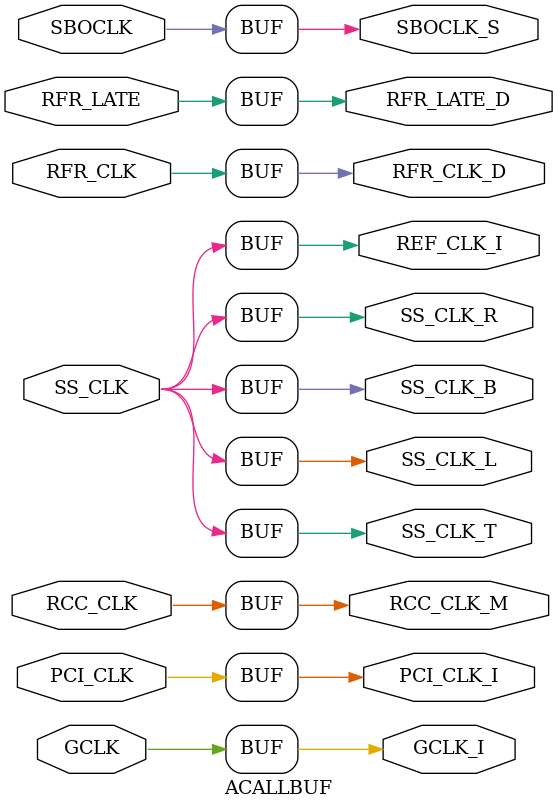
<source format=v>
module ACALLBUF(SS_CLK, RFR_CLK, RFR_LATE, RCC_CLK,
        SBOCLK, PCI_CLK, GCLK, SS_CLK_T, SS_CLK_L, SS_CLK_B, 
        SS_CLK_R, RFR_CLK_D, RFR_LATE_D, GCLK_I, REF_CLK_I, 
	SBOCLK_S, PCI_CLK_I, RCC_CLK_M);
input   SS_CLK;
input   RFR_CLK;
input   RFR_LATE;
input   RCC_CLK;
input   SBOCLK;
input	PCI_CLK;
input   GCLK;
output  SS_CLK_T;
output  SS_CLK_L;
output  SS_CLK_B;
output  SS_CLK_R;
output  RFR_CLK_D;
output  RFR_LATE_D;
output  GCLK_I;
output  REF_CLK_I;
output  SBOCLK_S;
output	PCI_CLK_I;
output  RCC_CLK_M;
buf g0(SS_CLK_T, SS_CLK);
buf g1(SS_CLK_L, SS_CLK);
buf g2(SS_CLK_B, SS_CLK);
buf g3(SS_CLK_R, SS_CLK);
buf g4(RFR_CLK_D, RFR_CLK);
buf g5(RFR_LATE_D, RFR_LATE);
buf g6(GCLK_I, GCLK);
buf g7(REF_CLK_I, SS_CLK);
buf g8(SBOCLK_S, SBOCLK);
buf g10(PCI_CLK_I, PCI_CLK);
buf g11(RCC_CLK_M, RCC_CLK);
endmodule
</source>
